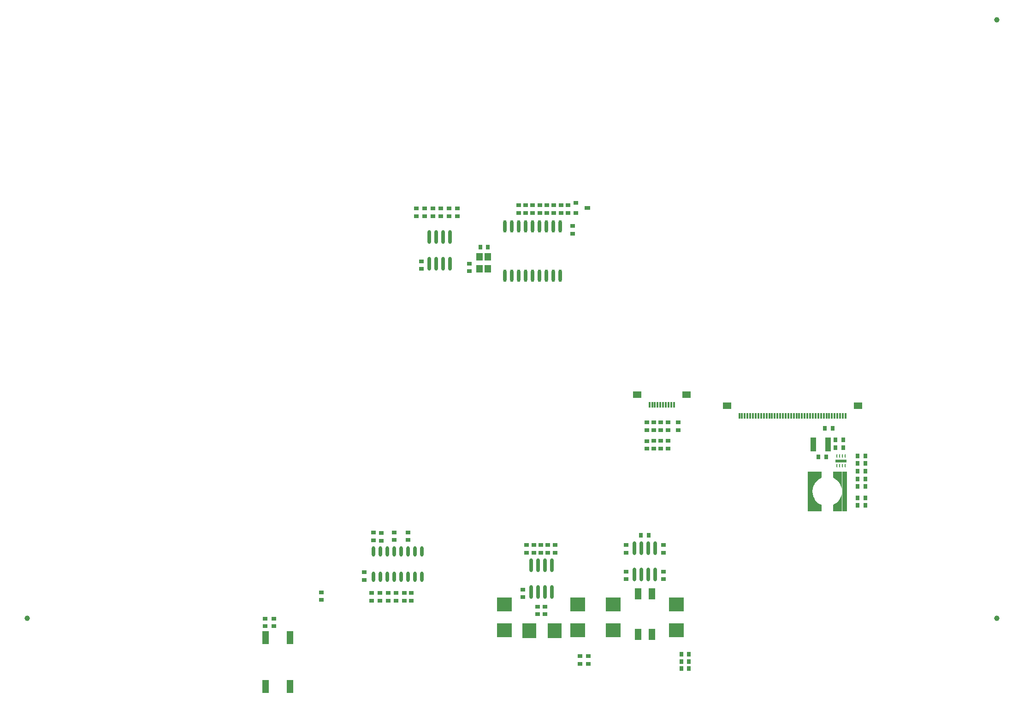
<source format=gbp>
G04*
G04 #@! TF.GenerationSoftware,Altium Limited,Altium Designer,20.0.11 (256)*
G04*
G04 Layer_Color=128*
%FSLAX44Y44*%
%MOMM*%
G71*
G01*
G75*
%ADD40R,0.9500X7.3000*%
%ADD41R,0.8000X0.9000*%
%ADD42R,1.1000X0.6500*%
%ADD43R,0.9000X0.6500*%
%ADD44R,0.9000X0.8000*%
%ADD45R,1.6500X1.3000*%
%ADD46R,0.3000X1.0000*%
%ADD47R,1.2000X2.4000*%
%ADD48O,0.7000X2.5000*%
%ADD49O,0.6000X2.3000*%
%ADD50R,1.1498X1.3995*%
%ADD51R,2.1500X0.5600*%
G04:AMPARAMS|DCode=52|XSize=0.25mm|YSize=0.7mm|CornerRadius=0.0625mm|HoleSize=0mm|Usage=FLASHONLY|Rotation=180.000|XOffset=0mm|YOffset=0mm|HoleType=Round|Shape=RoundedRectangle|*
%AMROUNDEDRECTD52*
21,1,0.2500,0.5750,0,0,180.0*
21,1,0.1250,0.7000,0,0,180.0*
1,1,0.1250,-0.0625,0.2875*
1,1,0.1250,0.0625,0.2875*
1,1,0.1250,0.0625,-0.2875*
1,1,0.1250,-0.0625,-0.2875*
%
%ADD52ROUNDEDRECTD52*%
%ADD53R,1.1000X2.6000*%
%ADD54R,2.6162X2.7432*%
%ADD55R,1.2000X2.0000*%
%ADD56R,2.7432X2.6162*%
%ADD57O,0.6000X1.9000*%
%ADD58C,1.0000*%
G36*
X606000Y-316500D02*
X605500Y-311500D01*
X605000Y-309500D01*
X604500Y-307500D01*
X603500Y-305000D01*
X602500Y-303000D01*
X601000Y-300500D01*
X599000Y-298000D01*
X598500Y-297500D01*
X596000Y-295500D01*
X592500Y-293000D01*
X589500Y-291500D01*
Y-280000D01*
X606000D01*
Y-316500D01*
D02*
G37*
G36*
X568500Y-291500D02*
X564500Y-293500D01*
X562500Y-295000D01*
X560000Y-297000D01*
X557000Y-300500D01*
X555500Y-303000D01*
X554500Y-305000D01*
X552500Y-311000D01*
X552000Y-316500D01*
Y-280000D01*
X568500D01*
Y-291500D01*
D02*
G37*
G36*
X606000Y-353000D02*
X589500D01*
Y-341500D01*
X592500Y-340000D01*
X595500Y-338000D01*
X599000Y-335000D01*
X602000Y-331000D01*
X604500Y-326000D01*
X605500Y-322000D01*
X606000Y-316500D01*
Y-353000D01*
D02*
G37*
G36*
X552500Y-321500D02*
X553000Y-324000D01*
X553500Y-326000D01*
X555000Y-329000D01*
X557000Y-332500D01*
X560000Y-336000D01*
X563000Y-338500D01*
X564500Y-339500D01*
X568500Y-341500D01*
Y-353000D01*
X552000D01*
Y-316500D01*
X552500Y-321500D01*
D02*
G37*
D40*
X610750Y-316500D02*
D03*
X547250D02*
D03*
D41*
X608000Y-222000D02*
D03*
X594000D02*
D03*
X648998Y-265500D02*
D03*
X634998D02*
D03*
X648998Y-279500D02*
D03*
X634998D02*
D03*
X635002Y-293500D02*
D03*
X649002D02*
D03*
X634998Y-307500D02*
D03*
X648998D02*
D03*
X634998Y-328500D02*
D03*
X648998D02*
D03*
X634998Y-342500D02*
D03*
X648998D02*
D03*
X649002Y-251502D02*
D03*
X635002D02*
D03*
X594000Y-236500D02*
D03*
X608000D02*
D03*
X577003Y-253500D02*
D03*
X563003D02*
D03*
X325002Y-616000D02*
D03*
X311002D02*
D03*
X325002Y-642000D02*
D03*
X311002D02*
D03*
X325002Y-629000D02*
D03*
X311002D02*
D03*
X251002Y-397000D02*
D03*
X237002D02*
D03*
X-58002Y131899D02*
D03*
X-44002D02*
D03*
X588750Y-200750D02*
D03*
X574750D02*
D03*
D42*
X138375Y203899D02*
D03*
D43*
X117625Y213400D02*
D03*
Y194400D02*
D03*
D44*
X111000Y156901D02*
D03*
Y170901D02*
D03*
X247320Y-238079D02*
D03*
Y-224079D02*
D03*
X260574Y-223967D02*
D03*
Y-237967D02*
D03*
X247404Y-203941D02*
D03*
Y-189942D02*
D03*
X260404Y-203941D02*
D03*
Y-189942D02*
D03*
X273404Y-203941D02*
D03*
Y-189942D02*
D03*
X286404Y-203941D02*
D03*
Y-189942D02*
D03*
X286274Y-223940D02*
D03*
Y-237940D02*
D03*
X273274Y-223940D02*
D03*
Y-237940D02*
D03*
X305404Y-203941D02*
D03*
Y-189942D02*
D03*
X140000Y-632998D02*
D03*
Y-618998D02*
D03*
X125000Y-632998D02*
D03*
Y-618998D02*
D03*
X-100496Y188895D02*
D03*
Y202895D02*
D03*
X-130496Y188895D02*
D03*
Y202895D02*
D03*
X-160496Y188895D02*
D03*
Y202895D02*
D03*
X-115496Y188895D02*
D03*
Y202895D02*
D03*
X-145496Y188895D02*
D03*
Y202895D02*
D03*
X-175496Y188895D02*
D03*
Y202895D02*
D03*
X-437000Y-564002D02*
D03*
Y-550002D02*
D03*
X-453000Y-549998D02*
D03*
Y-563998D02*
D03*
X-350000Y-502002D02*
D03*
Y-516002D02*
D03*
X25000Y194898D02*
D03*
Y208898D02*
D03*
X12000Y194898D02*
D03*
Y208898D02*
D03*
X51000Y194898D02*
D03*
Y208898D02*
D03*
X64000Y194898D02*
D03*
Y208898D02*
D03*
X103000Y194898D02*
D03*
Y208898D02*
D03*
X77000Y208901D02*
D03*
Y194901D02*
D03*
X90000Y208901D02*
D03*
Y194901D02*
D03*
X-254710Y-392248D02*
D03*
Y-406248D02*
D03*
X-240000Y-407002D02*
D03*
Y-393002D02*
D03*
X-212500Y-517002D02*
D03*
Y-503002D02*
D03*
X-227500Y-517002D02*
D03*
Y-503002D02*
D03*
X-242500Y-517002D02*
D03*
Y-503002D02*
D03*
X-257500Y-517002D02*
D03*
Y-503002D02*
D03*
X-185000Y-502998D02*
D03*
Y-516998D02*
D03*
X-197500Y-502998D02*
D03*
Y-516998D02*
D03*
X27000Y-414998D02*
D03*
Y-428998D02*
D03*
X40000Y-414998D02*
D03*
Y-428998D02*
D03*
X79000Y-414998D02*
D03*
Y-428998D02*
D03*
X53000Y-429002D02*
D03*
Y-415002D02*
D03*
X66000Y-429002D02*
D03*
Y-415002D02*
D03*
X47000Y-542002D02*
D03*
Y-528002D02*
D03*
X61000Y-542002D02*
D03*
Y-528002D02*
D03*
X210000Y-463998D02*
D03*
Y-477998D02*
D03*
X210000Y-429002D02*
D03*
Y-415002D02*
D03*
X278000Y-429002D02*
D03*
Y-415002D02*
D03*
Y-478002D02*
D03*
Y-464002D02*
D03*
X-78000Y87898D02*
D03*
Y101898D02*
D03*
X20000Y-496998D02*
D03*
Y-510998D02*
D03*
X-216000Y-406002D02*
D03*
Y-392002D02*
D03*
X-191000Y-406002D02*
D03*
Y-392002D02*
D03*
X-271000Y-479002D02*
D03*
Y-465002D02*
D03*
X-165996Y105897D02*
D03*
Y91897D02*
D03*
X38000Y194898D02*
D03*
Y208898D02*
D03*
D45*
X635250Y-159000D02*
D03*
X394750D02*
D03*
X229750Y-138540D02*
D03*
X320250D02*
D03*
D46*
X577500Y-178000D02*
D03*
X567500D02*
D03*
X562500D02*
D03*
X547500D02*
D03*
X542500D02*
D03*
X527500D02*
D03*
X522500D02*
D03*
X507500D02*
D03*
X502500D02*
D03*
X487500D02*
D03*
X482500D02*
D03*
X457500D02*
D03*
X452500D02*
D03*
X447500D02*
D03*
X442500D02*
D03*
X437500D02*
D03*
X432500D02*
D03*
X427500D02*
D03*
X422500D02*
D03*
X417500D02*
D03*
X462500D02*
D03*
X467500D02*
D03*
X472500D02*
D03*
X477500D02*
D03*
X492500D02*
D03*
X497500D02*
D03*
X512500D02*
D03*
X517500D02*
D03*
X532500D02*
D03*
X537500D02*
D03*
X552500D02*
D03*
X557500D02*
D03*
X572500D02*
D03*
X582500D02*
D03*
X587500D02*
D03*
X592500D02*
D03*
X597500D02*
D03*
X602500D02*
D03*
X607500D02*
D03*
X612500D02*
D03*
X297500Y-157540D02*
D03*
X292500D02*
D03*
X287500D02*
D03*
X252500D02*
D03*
X257500D02*
D03*
X262500D02*
D03*
X267500D02*
D03*
X272500D02*
D03*
X277500D02*
D03*
X282500D02*
D03*
D47*
X-452500Y-585000D02*
D03*
Y-675000D02*
D03*
X-407500Y-585000D02*
D03*
Y-675000D02*
D03*
D48*
X-152050Y150400D02*
D03*
X-139350D02*
D03*
X-126650D02*
D03*
X-113950D02*
D03*
X-152050Y101399D02*
D03*
X-139350D02*
D03*
X-126650D02*
D03*
X-113950D02*
D03*
X73050Y-501500D02*
D03*
X60350D02*
D03*
X47650D02*
D03*
X34950D02*
D03*
X73050Y-452500D02*
D03*
X60350D02*
D03*
X47650D02*
D03*
X34950D02*
D03*
X263050Y-469500D02*
D03*
X250350D02*
D03*
X237650D02*
D03*
X224950D02*
D03*
X263050Y-420500D02*
D03*
X250350D02*
D03*
X237650D02*
D03*
X224950D02*
D03*
D49*
X-12800Y170399D02*
D03*
X-100D02*
D03*
X12600D02*
D03*
X25300D02*
D03*
X38000D02*
D03*
X50700D02*
D03*
X63400D02*
D03*
X76100D02*
D03*
X88800D02*
D03*
X-12800Y79399D02*
D03*
X-100D02*
D03*
X12600D02*
D03*
X25300D02*
D03*
X38000D02*
D03*
X50700D02*
D03*
X63400D02*
D03*
X76100D02*
D03*
X88800D02*
D03*
D50*
X-43999Y91901D02*
D03*
X-60001D02*
D03*
X-43999Y113898D02*
D03*
X-60001D02*
D03*
D51*
X604002Y-260500D02*
D03*
D52*
X611502Y-251750D02*
D03*
X606502D02*
D03*
X601502D02*
D03*
X596502D02*
D03*
Y-269250D02*
D03*
X601502D02*
D03*
X606502D02*
D03*
X611502D02*
D03*
D53*
X580502Y-230500D02*
D03*
X553502D02*
D03*
D54*
X31505Y-572000D02*
D03*
X78495D02*
D03*
D55*
X231300Y-504500D02*
D03*
X256700D02*
D03*
X231300Y-579500D02*
D03*
X256700D02*
D03*
D56*
X186000Y-524505D02*
D03*
Y-571495D02*
D03*
X302000Y-524505D02*
D03*
Y-571495D02*
D03*
X121000D02*
D03*
Y-524505D02*
D03*
X-14000Y-571495D02*
D03*
Y-524505D02*
D03*
D57*
X-254450Y-426500D02*
D03*
X-241750D02*
D03*
X-229050D02*
D03*
X-216350D02*
D03*
X-203650D02*
D03*
X-190950D02*
D03*
X-178250D02*
D03*
X-165550D02*
D03*
X-254450Y-473500D02*
D03*
X-241750D02*
D03*
X-229050D02*
D03*
X-216350D02*
D03*
X-203650D02*
D03*
X-190950D02*
D03*
X-178250D02*
D03*
X-165550D02*
D03*
D58*
X-890400Y-549600D02*
D03*
X890400D02*
D03*
Y549600D02*
D03*
M02*

</source>
